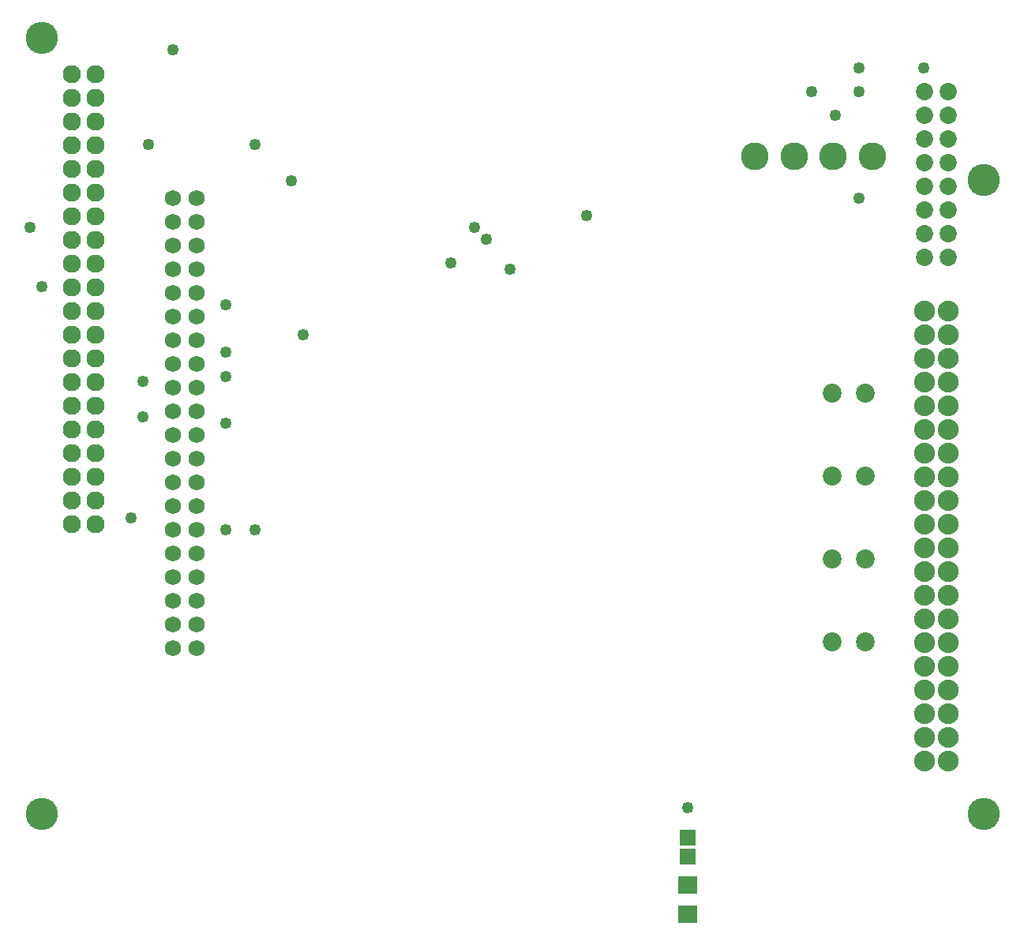
<source format=gts>
G04 MADE WITH FRITZING*
G04 WWW.FRITZING.ORG*
G04 DOUBLE SIDED*
G04 HOLES PLATED*
G04 CONTOUR ON CENTER OF CONTOUR VECTOR*
%ASAXBY*%
%FSLAX23Y23*%
%MOIN*%
%OFA0B0*%
%SFA1.0B1.0*%
%ADD10C,0.068000*%
%ADD11C,0.068028*%
%ADD12C,0.049370*%
%ADD13C,0.117087*%
%ADD14C,0.135984*%
%ADD15C,0.072992*%
%ADD16C,0.076929*%
%ADD17C,0.088000*%
%ADD18C,0.079685*%
%ADD19R,0.084803X0.072992*%
%ADD20R,0.069055X0.065118*%
%LNMASK1*%
G90*
G70*
G54D10*
X826Y3109D03*
X826Y3009D03*
X826Y2909D03*
X826Y2809D03*
G54D11*
X826Y2709D03*
G54D10*
X826Y2609D03*
X826Y2509D03*
X826Y2409D03*
X826Y2309D03*
G54D11*
X826Y2209D03*
G54D10*
X826Y2109D03*
G54D11*
X826Y2009D03*
G54D10*
X826Y1909D03*
X826Y1809D03*
X826Y1709D03*
X826Y1609D03*
G54D11*
X826Y1509D03*
G54D10*
X826Y1409D03*
X826Y1309D03*
X826Y1209D03*
X726Y1209D03*
X726Y1309D03*
X726Y1409D03*
G54D11*
X726Y1509D03*
G54D10*
X726Y1609D03*
X726Y1709D03*
X726Y1809D03*
X726Y1909D03*
G54D11*
X726Y2009D03*
G54D10*
X726Y2109D03*
G54D11*
X726Y2209D03*
G54D10*
X726Y2309D03*
X726Y2409D03*
X726Y2509D03*
X726Y2609D03*
G54D11*
X726Y2709D03*
G54D10*
X726Y2809D03*
X726Y2909D03*
X726Y3009D03*
X726Y3109D03*
X826Y3109D03*
X826Y3009D03*
X826Y2909D03*
X826Y2809D03*
G54D11*
X826Y2709D03*
G54D10*
X826Y2609D03*
X826Y2509D03*
X826Y2409D03*
X826Y2309D03*
G54D11*
X826Y2209D03*
G54D10*
X826Y2109D03*
G54D11*
X826Y2009D03*
G54D10*
X826Y1909D03*
X826Y1809D03*
X826Y1709D03*
X826Y1609D03*
G54D11*
X826Y1509D03*
G54D10*
X826Y1409D03*
X826Y1309D03*
X826Y1209D03*
X726Y1209D03*
X726Y1309D03*
X726Y1409D03*
G54D11*
X726Y1509D03*
G54D10*
X726Y1609D03*
X726Y1709D03*
X726Y1809D03*
X726Y1909D03*
G54D11*
X726Y2009D03*
G54D10*
X726Y2109D03*
G54D11*
X726Y2209D03*
G54D10*
X726Y2309D03*
X726Y2409D03*
X726Y2509D03*
X726Y2609D03*
G54D11*
X726Y2709D03*
G54D10*
X726Y2809D03*
X726Y2909D03*
X726Y3009D03*
X726Y3109D03*
G54D12*
X949Y2357D03*
X949Y2160D03*
X3623Y3109D03*
X1224Y3183D03*
X1998Y2984D03*
X2048Y2934D03*
X2472Y3035D03*
X2148Y2809D03*
X1898Y2834D03*
X1275Y2533D03*
X548Y1759D03*
X598Y2334D03*
X598Y2185D03*
X3897Y3660D03*
X724Y3735D03*
X3623Y3559D03*
X622Y3335D03*
X1072Y3335D03*
X1073Y1709D03*
X949Y1710D03*
X3422Y3558D03*
X948Y2459D03*
X948Y2659D03*
X3623Y3659D03*
X123Y2984D03*
X173Y2734D03*
X3523Y3459D03*
X2898Y534D03*
G54D13*
X3183Y3284D03*
X3348Y3284D03*
X3513Y3284D03*
X3679Y3284D03*
G54D14*
X4148Y509D03*
X173Y509D03*
X4148Y3184D03*
X173Y3784D03*
G54D15*
X3898Y3559D03*
X3898Y3459D03*
X3898Y3359D03*
X3898Y3259D03*
X3898Y3159D03*
X3898Y3059D03*
X3898Y2959D03*
X3898Y2859D03*
X3898Y3559D03*
X3898Y3459D03*
X3898Y3359D03*
X3898Y3259D03*
X3898Y3159D03*
X3898Y3059D03*
X3898Y2959D03*
X3898Y2859D03*
X3998Y2859D03*
X3998Y2959D03*
X3998Y3059D03*
X3998Y3159D03*
X3998Y3259D03*
X3998Y3359D03*
X3998Y3459D03*
X3998Y3559D03*
G54D16*
X298Y3633D03*
X298Y3533D03*
X298Y3433D03*
X298Y3333D03*
X298Y3233D03*
X298Y3133D03*
X298Y3033D03*
X298Y2933D03*
X298Y2833D03*
X298Y2733D03*
X298Y2633D03*
X298Y2533D03*
X298Y2433D03*
X298Y2333D03*
X298Y2233D03*
X298Y2133D03*
X298Y2033D03*
X298Y1933D03*
X298Y1833D03*
X298Y1733D03*
X298Y3633D03*
X298Y3533D03*
X298Y3433D03*
X298Y3333D03*
X298Y3233D03*
X298Y3133D03*
X298Y3033D03*
X298Y2933D03*
X298Y2833D03*
X298Y2733D03*
X298Y2633D03*
X298Y2533D03*
X298Y2433D03*
X298Y2333D03*
X298Y2233D03*
X298Y2133D03*
X298Y2033D03*
X298Y1933D03*
X298Y1833D03*
X298Y1733D03*
X398Y1733D03*
X398Y1833D03*
X398Y1933D03*
X398Y2033D03*
X398Y2133D03*
X398Y2233D03*
X398Y2333D03*
X398Y2433D03*
X398Y2533D03*
X398Y2633D03*
X398Y2733D03*
X398Y2833D03*
X398Y2933D03*
X398Y3033D03*
X398Y3133D03*
X398Y3233D03*
X398Y3333D03*
X398Y3433D03*
X398Y3533D03*
X398Y3633D03*
G54D17*
X3998Y733D03*
X3998Y833D03*
X3998Y933D03*
X3998Y1033D03*
X3998Y1133D03*
X3998Y1233D03*
X3998Y1333D03*
X3998Y1433D03*
X3998Y1533D03*
X3998Y1633D03*
X3998Y1733D03*
X3998Y1833D03*
X3998Y1933D03*
X3998Y2033D03*
X3998Y2133D03*
X3998Y2233D03*
X3998Y2333D03*
X3998Y2433D03*
X3998Y2533D03*
X3998Y2633D03*
X3998Y733D03*
X3998Y833D03*
X3998Y933D03*
X3998Y1033D03*
X3998Y1133D03*
X3998Y1233D03*
X3998Y1333D03*
X3998Y1433D03*
X3998Y1533D03*
X3998Y1633D03*
X3998Y1733D03*
X3998Y1833D03*
X3998Y1933D03*
X3998Y2033D03*
X3998Y2133D03*
X3998Y2233D03*
X3998Y2333D03*
X3998Y2433D03*
X3998Y2533D03*
X3998Y2633D03*
X3898Y2633D03*
X3898Y2533D03*
X3898Y2433D03*
X3898Y2333D03*
X3898Y2233D03*
X3898Y2133D03*
X3898Y2033D03*
X3898Y1933D03*
X3898Y1833D03*
X3898Y1733D03*
X3898Y1633D03*
X3898Y1533D03*
X3898Y1433D03*
X3898Y1333D03*
X3898Y1233D03*
X3898Y1133D03*
X3898Y1033D03*
X3898Y933D03*
X3898Y833D03*
X3898Y733D03*
G54D18*
X3510Y1584D03*
X3648Y1584D03*
X3510Y2284D03*
X3648Y2284D03*
X3510Y1234D03*
X3648Y1234D03*
X3510Y1934D03*
X3648Y1934D03*
G54D19*
X2898Y87D03*
X2898Y209D03*
G54D20*
X2898Y328D03*
X2898Y409D03*
G04 End of Mask1*
M02*
</source>
